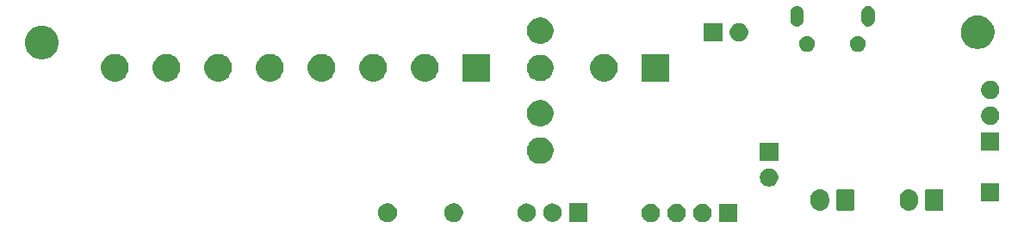
<source format=gbr>
G04 #@! TF.GenerationSoftware,KiCad,Pcbnew,(5.1.5)-3*
G04 #@! TF.CreationDate,2020-01-15T23:11:06-05:00*
G04 #@! TF.ProjectId,STM32_Klipper_Expander,53544d33-325f-44b6-9c69-707065725f45,rev?*
G04 #@! TF.SameCoordinates,Original*
G04 #@! TF.FileFunction,Soldermask,Bot*
G04 #@! TF.FilePolarity,Negative*
%FSLAX46Y46*%
G04 Gerber Fmt 4.6, Leading zero omitted, Abs format (unit mm)*
G04 Created by KiCad (PCBNEW (5.1.5)-3) date 2020-01-15 23:11:06*
%MOMM*%
%LPD*%
G04 APERTURE LIST*
%ADD10C,0.100000*%
G04 APERTURE END LIST*
D10*
G36*
X166527512Y-95881927D02*
G01*
X166676812Y-95911624D01*
X166840784Y-95979544D01*
X166988354Y-96078147D01*
X167113853Y-96203646D01*
X167212456Y-96351216D01*
X167280376Y-96515188D01*
X167315000Y-96689259D01*
X167315000Y-96866741D01*
X167280376Y-97040812D01*
X167212456Y-97204784D01*
X167113853Y-97352354D01*
X166988354Y-97477853D01*
X166840784Y-97576456D01*
X166676812Y-97644376D01*
X166527512Y-97674073D01*
X166502742Y-97679000D01*
X166325258Y-97679000D01*
X166300488Y-97674073D01*
X166151188Y-97644376D01*
X165987216Y-97576456D01*
X165839646Y-97477853D01*
X165714147Y-97352354D01*
X165615544Y-97204784D01*
X165547624Y-97040812D01*
X165513000Y-96866741D01*
X165513000Y-96689259D01*
X165547624Y-96515188D01*
X165615544Y-96351216D01*
X165714147Y-96203646D01*
X165839646Y-96078147D01*
X165987216Y-95979544D01*
X166151188Y-95911624D01*
X166300488Y-95881927D01*
X166325258Y-95877000D01*
X166502742Y-95877000D01*
X166527512Y-95881927D01*
G37*
G36*
X169067512Y-95881927D02*
G01*
X169216812Y-95911624D01*
X169380784Y-95979544D01*
X169528354Y-96078147D01*
X169653853Y-96203646D01*
X169752456Y-96351216D01*
X169820376Y-96515188D01*
X169855000Y-96689259D01*
X169855000Y-96866741D01*
X169820376Y-97040812D01*
X169752456Y-97204784D01*
X169653853Y-97352354D01*
X169528354Y-97477853D01*
X169380784Y-97576456D01*
X169216812Y-97644376D01*
X169067512Y-97674073D01*
X169042742Y-97679000D01*
X168865258Y-97679000D01*
X168840488Y-97674073D01*
X168691188Y-97644376D01*
X168527216Y-97576456D01*
X168379646Y-97477853D01*
X168254147Y-97352354D01*
X168155544Y-97204784D01*
X168087624Y-97040812D01*
X168053000Y-96866741D01*
X168053000Y-96689259D01*
X168087624Y-96515188D01*
X168155544Y-96351216D01*
X168254147Y-96203646D01*
X168379646Y-96078147D01*
X168527216Y-95979544D01*
X168691188Y-95911624D01*
X168840488Y-95881927D01*
X168865258Y-95877000D01*
X169042742Y-95877000D01*
X169067512Y-95881927D01*
G37*
G36*
X163987512Y-95881927D02*
G01*
X164136812Y-95911624D01*
X164300784Y-95979544D01*
X164448354Y-96078147D01*
X164573853Y-96203646D01*
X164672456Y-96351216D01*
X164740376Y-96515188D01*
X164775000Y-96689259D01*
X164775000Y-96866741D01*
X164740376Y-97040812D01*
X164672456Y-97204784D01*
X164573853Y-97352354D01*
X164448354Y-97477853D01*
X164300784Y-97576456D01*
X164136812Y-97644376D01*
X163987512Y-97674073D01*
X163962742Y-97679000D01*
X163785258Y-97679000D01*
X163760488Y-97674073D01*
X163611188Y-97644376D01*
X163447216Y-97576456D01*
X163299646Y-97477853D01*
X163174147Y-97352354D01*
X163075544Y-97204784D01*
X163007624Y-97040812D01*
X162973000Y-96866741D01*
X162973000Y-96689259D01*
X163007624Y-96515188D01*
X163075544Y-96351216D01*
X163174147Y-96203646D01*
X163299646Y-96078147D01*
X163447216Y-95979544D01*
X163611188Y-95911624D01*
X163760488Y-95881927D01*
X163785258Y-95877000D01*
X163962742Y-95877000D01*
X163987512Y-95881927D01*
G37*
G36*
X172395000Y-97679000D02*
G01*
X170593000Y-97679000D01*
X170593000Y-95877000D01*
X172395000Y-95877000D01*
X172395000Y-97679000D01*
G37*
G36*
X144770104Y-95859585D02*
G01*
X144938626Y-95929389D01*
X145090291Y-96030728D01*
X145219272Y-96159709D01*
X145320611Y-96311374D01*
X145390415Y-96479896D01*
X145426000Y-96658797D01*
X145426000Y-96841203D01*
X145390415Y-97020104D01*
X145320611Y-97188626D01*
X145219272Y-97340291D01*
X145090291Y-97469272D01*
X144938626Y-97570611D01*
X144770104Y-97640415D01*
X144591203Y-97676000D01*
X144408797Y-97676000D01*
X144229896Y-97640415D01*
X144061374Y-97570611D01*
X143909709Y-97469272D01*
X143780728Y-97340291D01*
X143679389Y-97188626D01*
X143609585Y-97020104D01*
X143574000Y-96841203D01*
X143574000Y-96658797D01*
X143609585Y-96479896D01*
X143679389Y-96311374D01*
X143780728Y-96159709D01*
X143909709Y-96030728D01*
X144061374Y-95929389D01*
X144229896Y-95859585D01*
X144408797Y-95824000D01*
X144591203Y-95824000D01*
X144770104Y-95859585D01*
G37*
G36*
X138270104Y-95859585D02*
G01*
X138438626Y-95929389D01*
X138590291Y-96030728D01*
X138719272Y-96159709D01*
X138820611Y-96311374D01*
X138890415Y-96479896D01*
X138926000Y-96658797D01*
X138926000Y-96841203D01*
X138890415Y-97020104D01*
X138820611Y-97188626D01*
X138719272Y-97340291D01*
X138590291Y-97469272D01*
X138438626Y-97570611D01*
X138270104Y-97640415D01*
X138091203Y-97676000D01*
X137908797Y-97676000D01*
X137729896Y-97640415D01*
X137561374Y-97570611D01*
X137409709Y-97469272D01*
X137280728Y-97340291D01*
X137179389Y-97188626D01*
X137109585Y-97020104D01*
X137074000Y-96841203D01*
X137074000Y-96658797D01*
X137109585Y-96479896D01*
X137179389Y-96311374D01*
X137280728Y-96159709D01*
X137409709Y-96030728D01*
X137561374Y-95929389D01*
X137729896Y-95859585D01*
X137908797Y-95824000D01*
X138091203Y-95824000D01*
X138270104Y-95859585D01*
G37*
G36*
X154323512Y-95853927D02*
G01*
X154472812Y-95883624D01*
X154636784Y-95951544D01*
X154784354Y-96050147D01*
X154909853Y-96175646D01*
X155008456Y-96323216D01*
X155076376Y-96487188D01*
X155111000Y-96661259D01*
X155111000Y-96838741D01*
X155076376Y-97012812D01*
X155008456Y-97176784D01*
X154909853Y-97324354D01*
X154784354Y-97449853D01*
X154636784Y-97548456D01*
X154472812Y-97616376D01*
X154332048Y-97644375D01*
X154298742Y-97651000D01*
X154121258Y-97651000D01*
X154087952Y-97644375D01*
X153947188Y-97616376D01*
X153783216Y-97548456D01*
X153635646Y-97449853D01*
X153510147Y-97324354D01*
X153411544Y-97176784D01*
X153343624Y-97012812D01*
X153309000Y-96838741D01*
X153309000Y-96661259D01*
X153343624Y-96487188D01*
X153411544Y-96323216D01*
X153510147Y-96175646D01*
X153635646Y-96050147D01*
X153783216Y-95951544D01*
X153947188Y-95883624D01*
X154096488Y-95853927D01*
X154121258Y-95849000D01*
X154298742Y-95849000D01*
X154323512Y-95853927D01*
G37*
G36*
X151783512Y-95853927D02*
G01*
X151932812Y-95883624D01*
X152096784Y-95951544D01*
X152244354Y-96050147D01*
X152369853Y-96175646D01*
X152468456Y-96323216D01*
X152536376Y-96487188D01*
X152571000Y-96661259D01*
X152571000Y-96838741D01*
X152536376Y-97012812D01*
X152468456Y-97176784D01*
X152369853Y-97324354D01*
X152244354Y-97449853D01*
X152096784Y-97548456D01*
X151932812Y-97616376D01*
X151792048Y-97644375D01*
X151758742Y-97651000D01*
X151581258Y-97651000D01*
X151547952Y-97644375D01*
X151407188Y-97616376D01*
X151243216Y-97548456D01*
X151095646Y-97449853D01*
X150970147Y-97324354D01*
X150871544Y-97176784D01*
X150803624Y-97012812D01*
X150769000Y-96838741D01*
X150769000Y-96661259D01*
X150803624Y-96487188D01*
X150871544Y-96323216D01*
X150970147Y-96175646D01*
X151095646Y-96050147D01*
X151243216Y-95951544D01*
X151407188Y-95883624D01*
X151556488Y-95853927D01*
X151581258Y-95849000D01*
X151758742Y-95849000D01*
X151783512Y-95853927D01*
G37*
G36*
X157651000Y-97651000D02*
G01*
X155849000Y-97651000D01*
X155849000Y-95849000D01*
X157651000Y-95849000D01*
X157651000Y-97651000D01*
G37*
G36*
X189426627Y-94462037D02*
G01*
X189596466Y-94513557D01*
X189752991Y-94597222D01*
X189788729Y-94626552D01*
X189890186Y-94709814D01*
X189973448Y-94811271D01*
X190002778Y-94847009D01*
X190086443Y-95003534D01*
X190137963Y-95173374D01*
X190151000Y-95305743D01*
X190151000Y-95694258D01*
X190137963Y-95826627D01*
X190086443Y-95996466D01*
X190002778Y-96152991D01*
X189973448Y-96188729D01*
X189890186Y-96290186D01*
X189752989Y-96402779D01*
X189608712Y-96479897D01*
X189596465Y-96486443D01*
X189426626Y-96537963D01*
X189250000Y-96555359D01*
X189073373Y-96537963D01*
X188903534Y-96486443D01*
X188891286Y-96479896D01*
X188747011Y-96402779D01*
X188747009Y-96402778D01*
X188684183Y-96351218D01*
X188609814Y-96290186D01*
X188497221Y-96152989D01*
X188413558Y-95996467D01*
X188408424Y-95979544D01*
X188362037Y-95826626D01*
X188349000Y-95694257D01*
X188349000Y-95305742D01*
X188362037Y-95173373D01*
X188413557Y-95003534D01*
X188497222Y-94847009D01*
X188609815Y-94709815D01*
X188747010Y-94597222D01*
X188903535Y-94513557D01*
X189073374Y-94462037D01*
X189250000Y-94444641D01*
X189426627Y-94462037D01*
G37*
G36*
X180676627Y-94462037D02*
G01*
X180846466Y-94513557D01*
X181002991Y-94597222D01*
X181038729Y-94626552D01*
X181140186Y-94709814D01*
X181223448Y-94811271D01*
X181252778Y-94847009D01*
X181336443Y-95003534D01*
X181387963Y-95173374D01*
X181401000Y-95305743D01*
X181401000Y-95694258D01*
X181387963Y-95826627D01*
X181336443Y-95996466D01*
X181252778Y-96152991D01*
X181223448Y-96188729D01*
X181140186Y-96290186D01*
X181002989Y-96402779D01*
X180858712Y-96479897D01*
X180846465Y-96486443D01*
X180676626Y-96537963D01*
X180500000Y-96555359D01*
X180323373Y-96537963D01*
X180153534Y-96486443D01*
X180141286Y-96479896D01*
X179997011Y-96402779D01*
X179997009Y-96402778D01*
X179934183Y-96351218D01*
X179859814Y-96290186D01*
X179747221Y-96152989D01*
X179663558Y-95996467D01*
X179658424Y-95979544D01*
X179612037Y-95826626D01*
X179599000Y-95694257D01*
X179599000Y-95305742D01*
X179612037Y-95173373D01*
X179663557Y-95003534D01*
X179747222Y-94847009D01*
X179859815Y-94709815D01*
X179997010Y-94597222D01*
X180153535Y-94513557D01*
X180323374Y-94462037D01*
X180500000Y-94444641D01*
X180676627Y-94462037D01*
G37*
G36*
X183758600Y-94452989D02*
G01*
X183791652Y-94463015D01*
X183822103Y-94479292D01*
X183848799Y-94501201D01*
X183870708Y-94527897D01*
X183886985Y-94558348D01*
X183897011Y-94591400D01*
X183901000Y-94631903D01*
X183901000Y-96368097D01*
X183897011Y-96408600D01*
X183886985Y-96441652D01*
X183870708Y-96472103D01*
X183848799Y-96498799D01*
X183822103Y-96520708D01*
X183791652Y-96536985D01*
X183758600Y-96547011D01*
X183718097Y-96551000D01*
X182281903Y-96551000D01*
X182241400Y-96547011D01*
X182208348Y-96536985D01*
X182177897Y-96520708D01*
X182151201Y-96498799D01*
X182129292Y-96472103D01*
X182113015Y-96441652D01*
X182102989Y-96408600D01*
X182099000Y-96368097D01*
X182099000Y-94631903D01*
X182102989Y-94591400D01*
X182113015Y-94558348D01*
X182129292Y-94527897D01*
X182151201Y-94501201D01*
X182177897Y-94479292D01*
X182208348Y-94463015D01*
X182241400Y-94452989D01*
X182281903Y-94449000D01*
X183718097Y-94449000D01*
X183758600Y-94452989D01*
G37*
G36*
X192508600Y-94452989D02*
G01*
X192541652Y-94463015D01*
X192572103Y-94479292D01*
X192598799Y-94501201D01*
X192620708Y-94527897D01*
X192636985Y-94558348D01*
X192647011Y-94591400D01*
X192651000Y-94631903D01*
X192651000Y-96368097D01*
X192647011Y-96408600D01*
X192636985Y-96441652D01*
X192620708Y-96472103D01*
X192598799Y-96498799D01*
X192572103Y-96520708D01*
X192541652Y-96536985D01*
X192508600Y-96547011D01*
X192468097Y-96551000D01*
X191031903Y-96551000D01*
X190991400Y-96547011D01*
X190958348Y-96536985D01*
X190927897Y-96520708D01*
X190901201Y-96498799D01*
X190879292Y-96472103D01*
X190863015Y-96441652D01*
X190852989Y-96408600D01*
X190849000Y-96368097D01*
X190849000Y-94631903D01*
X190852989Y-94591400D01*
X190863015Y-94558348D01*
X190879292Y-94527897D01*
X190901201Y-94501201D01*
X190927897Y-94479292D01*
X190958348Y-94463015D01*
X190991400Y-94452989D01*
X191031903Y-94449000D01*
X192468097Y-94449000D01*
X192508600Y-94452989D01*
G37*
G36*
X198151000Y-95651000D02*
G01*
X196349000Y-95651000D01*
X196349000Y-93849000D01*
X198151000Y-93849000D01*
X198151000Y-95651000D01*
G37*
G36*
X175613512Y-92393927D02*
G01*
X175762812Y-92423624D01*
X175926784Y-92491544D01*
X176074354Y-92590147D01*
X176199853Y-92715646D01*
X176298456Y-92863216D01*
X176366376Y-93027188D01*
X176401000Y-93201259D01*
X176401000Y-93378741D01*
X176366376Y-93552812D01*
X176298456Y-93716784D01*
X176199853Y-93864354D01*
X176074354Y-93989853D01*
X175926784Y-94088456D01*
X175762812Y-94156376D01*
X175613512Y-94186073D01*
X175588742Y-94191000D01*
X175411258Y-94191000D01*
X175386488Y-94186073D01*
X175237188Y-94156376D01*
X175073216Y-94088456D01*
X174925646Y-93989853D01*
X174800147Y-93864354D01*
X174701544Y-93716784D01*
X174633624Y-93552812D01*
X174599000Y-93378741D01*
X174599000Y-93201259D01*
X174633624Y-93027188D01*
X174701544Y-92863216D01*
X174800147Y-92715646D01*
X174925646Y-92590147D01*
X175073216Y-92491544D01*
X175237188Y-92423624D01*
X175386488Y-92393927D01*
X175411258Y-92389000D01*
X175588742Y-92389000D01*
X175613512Y-92393927D01*
G37*
G36*
X153379487Y-89383996D02*
G01*
X153616253Y-89482068D01*
X153616255Y-89482069D01*
X153829339Y-89624447D01*
X154010553Y-89805661D01*
X154152932Y-90018747D01*
X154251004Y-90255513D01*
X154301000Y-90506861D01*
X154301000Y-90763139D01*
X154251004Y-91014487D01*
X154152932Y-91251253D01*
X154152931Y-91251255D01*
X154010553Y-91464339D01*
X153829339Y-91645553D01*
X153616255Y-91787931D01*
X153616254Y-91787932D01*
X153616253Y-91787932D01*
X153379487Y-91886004D01*
X153128139Y-91936000D01*
X152871861Y-91936000D01*
X152620513Y-91886004D01*
X152383747Y-91787932D01*
X152383746Y-91787932D01*
X152383745Y-91787931D01*
X152170661Y-91645553D01*
X151989447Y-91464339D01*
X151847069Y-91251255D01*
X151847068Y-91251253D01*
X151748996Y-91014487D01*
X151699000Y-90763139D01*
X151699000Y-90506861D01*
X151748996Y-90255513D01*
X151847068Y-90018747D01*
X151989447Y-89805661D01*
X152170661Y-89624447D01*
X152383745Y-89482069D01*
X152383747Y-89482068D01*
X152620513Y-89383996D01*
X152871861Y-89334000D01*
X153128139Y-89334000D01*
X153379487Y-89383996D01*
G37*
G36*
X176401000Y-91651000D02*
G01*
X174599000Y-91651000D01*
X174599000Y-89849000D01*
X176401000Y-89849000D01*
X176401000Y-91651000D01*
G37*
G36*
X198151000Y-90651000D02*
G01*
X196349000Y-90651000D01*
X196349000Y-88849000D01*
X198151000Y-88849000D01*
X198151000Y-90651000D01*
G37*
G36*
X153379487Y-85723996D02*
G01*
X153616253Y-85822068D01*
X153616255Y-85822069D01*
X153829339Y-85964447D01*
X154010553Y-86145661D01*
X154152932Y-86358747D01*
X154251004Y-86595513D01*
X154301000Y-86846861D01*
X154301000Y-87103139D01*
X154251004Y-87354487D01*
X154201992Y-87472811D01*
X154152931Y-87591255D01*
X154010553Y-87804339D01*
X153829339Y-87985553D01*
X153616255Y-88127931D01*
X153616254Y-88127932D01*
X153616253Y-88127932D01*
X153379487Y-88226004D01*
X153128139Y-88276000D01*
X152871861Y-88276000D01*
X152620513Y-88226004D01*
X152383747Y-88127932D01*
X152383746Y-88127932D01*
X152383745Y-88127931D01*
X152170661Y-87985553D01*
X151989447Y-87804339D01*
X151847069Y-87591255D01*
X151798008Y-87472811D01*
X151748996Y-87354487D01*
X151699000Y-87103139D01*
X151699000Y-86846861D01*
X151748996Y-86595513D01*
X151847068Y-86358747D01*
X151989447Y-86145661D01*
X152170661Y-85964447D01*
X152383745Y-85822069D01*
X152383747Y-85822068D01*
X152620513Y-85723996D01*
X152871861Y-85674000D01*
X153128139Y-85674000D01*
X153379487Y-85723996D01*
G37*
G36*
X197363512Y-86313927D02*
G01*
X197512812Y-86343624D01*
X197676784Y-86411544D01*
X197824354Y-86510147D01*
X197949853Y-86635646D01*
X198048456Y-86783216D01*
X198116376Y-86947188D01*
X198151000Y-87121259D01*
X198151000Y-87298741D01*
X198116376Y-87472812D01*
X198048456Y-87636784D01*
X197949853Y-87784354D01*
X197824354Y-87909853D01*
X197676784Y-88008456D01*
X197512812Y-88076376D01*
X197363512Y-88106073D01*
X197338742Y-88111000D01*
X197161258Y-88111000D01*
X197136488Y-88106073D01*
X196987188Y-88076376D01*
X196823216Y-88008456D01*
X196675646Y-87909853D01*
X196550147Y-87784354D01*
X196451544Y-87636784D01*
X196383624Y-87472812D01*
X196349000Y-87298741D01*
X196349000Y-87121259D01*
X196383624Y-86947188D01*
X196451544Y-86783216D01*
X196550147Y-86635646D01*
X196675646Y-86510147D01*
X196823216Y-86411544D01*
X196987188Y-86343624D01*
X197136488Y-86313927D01*
X197161258Y-86309000D01*
X197338742Y-86309000D01*
X197363512Y-86313927D01*
G37*
G36*
X197363512Y-83773927D02*
G01*
X197512812Y-83803624D01*
X197676784Y-83871544D01*
X197824354Y-83970147D01*
X197949853Y-84095646D01*
X198048456Y-84243216D01*
X198116376Y-84407188D01*
X198151000Y-84581259D01*
X198151000Y-84758741D01*
X198116376Y-84932812D01*
X198048456Y-85096784D01*
X197949853Y-85244354D01*
X197824354Y-85369853D01*
X197676784Y-85468456D01*
X197512812Y-85536376D01*
X197363512Y-85566073D01*
X197338742Y-85571000D01*
X197161258Y-85571000D01*
X197136488Y-85566073D01*
X196987188Y-85536376D01*
X196823216Y-85468456D01*
X196675646Y-85369853D01*
X196550147Y-85244354D01*
X196451544Y-85096784D01*
X196383624Y-84932812D01*
X196349000Y-84758741D01*
X196349000Y-84581259D01*
X196383624Y-84407188D01*
X196451544Y-84243216D01*
X196550147Y-84095646D01*
X196675646Y-83970147D01*
X196823216Y-83871544D01*
X196987188Y-83803624D01*
X197136488Y-83773927D01*
X197161258Y-83769000D01*
X197338742Y-83769000D01*
X197363512Y-83773927D01*
G37*
G36*
X116664072Y-81200918D02*
G01*
X116860827Y-81282416D01*
X116909939Y-81302759D01*
X116983736Y-81352069D01*
X117131211Y-81450609D01*
X117319391Y-81638789D01*
X117467242Y-81860063D01*
X117569082Y-82105928D01*
X117572978Y-82125512D01*
X117621000Y-82366938D01*
X117621000Y-82633062D01*
X117569082Y-82894072D01*
X117467241Y-83139939D01*
X117319390Y-83361212D01*
X117131212Y-83549390D01*
X116909939Y-83697241D01*
X116909938Y-83697242D01*
X116909937Y-83697242D01*
X116664072Y-83799082D01*
X116403063Y-83851000D01*
X116136937Y-83851000D01*
X115875928Y-83799082D01*
X115630063Y-83697242D01*
X115630062Y-83697242D01*
X115630061Y-83697241D01*
X115408788Y-83549390D01*
X115220610Y-83361212D01*
X115072759Y-83139939D01*
X114970918Y-82894072D01*
X114919000Y-82633062D01*
X114919000Y-82366938D01*
X114967023Y-82125512D01*
X114970918Y-82105928D01*
X115072758Y-81860063D01*
X115220609Y-81638789D01*
X115408789Y-81450609D01*
X115556264Y-81352069D01*
X115630061Y-81302759D01*
X115679174Y-81282416D01*
X115875928Y-81200918D01*
X116136937Y-81149000D01*
X116403063Y-81149000D01*
X116664072Y-81200918D01*
G37*
G36*
X121744072Y-81200918D02*
G01*
X121940827Y-81282416D01*
X121989939Y-81302759D01*
X122063736Y-81352069D01*
X122211211Y-81450609D01*
X122399391Y-81638789D01*
X122547242Y-81860063D01*
X122649082Y-82105928D01*
X122652978Y-82125512D01*
X122701000Y-82366938D01*
X122701000Y-82633062D01*
X122649082Y-82894072D01*
X122547241Y-83139939D01*
X122399390Y-83361212D01*
X122211212Y-83549390D01*
X121989939Y-83697241D01*
X121989938Y-83697242D01*
X121989937Y-83697242D01*
X121744072Y-83799082D01*
X121483063Y-83851000D01*
X121216937Y-83851000D01*
X120955928Y-83799082D01*
X120710063Y-83697242D01*
X120710062Y-83697242D01*
X120710061Y-83697241D01*
X120488788Y-83549390D01*
X120300610Y-83361212D01*
X120152759Y-83139939D01*
X120050918Y-82894072D01*
X119999000Y-82633062D01*
X119999000Y-82366938D01*
X120047023Y-82125512D01*
X120050918Y-82105928D01*
X120152758Y-81860063D01*
X120300609Y-81638789D01*
X120488789Y-81450609D01*
X120636264Y-81352069D01*
X120710061Y-81302759D01*
X120759174Y-81282416D01*
X120955928Y-81200918D01*
X121216937Y-81149000D01*
X121483063Y-81149000D01*
X121744072Y-81200918D01*
G37*
G36*
X126824072Y-81200918D02*
G01*
X127020827Y-81282416D01*
X127069939Y-81302759D01*
X127143736Y-81352069D01*
X127291211Y-81450609D01*
X127479391Y-81638789D01*
X127627242Y-81860063D01*
X127729082Y-82105928D01*
X127732978Y-82125512D01*
X127781000Y-82366938D01*
X127781000Y-82633062D01*
X127729082Y-82894072D01*
X127627241Y-83139939D01*
X127479390Y-83361212D01*
X127291212Y-83549390D01*
X127069939Y-83697241D01*
X127069938Y-83697242D01*
X127069937Y-83697242D01*
X126824072Y-83799082D01*
X126563063Y-83851000D01*
X126296937Y-83851000D01*
X126035928Y-83799082D01*
X125790063Y-83697242D01*
X125790062Y-83697242D01*
X125790061Y-83697241D01*
X125568788Y-83549390D01*
X125380610Y-83361212D01*
X125232759Y-83139939D01*
X125130918Y-82894072D01*
X125079000Y-82633062D01*
X125079000Y-82366938D01*
X125127023Y-82125512D01*
X125130918Y-82105928D01*
X125232758Y-81860063D01*
X125380609Y-81638789D01*
X125568789Y-81450609D01*
X125716264Y-81352069D01*
X125790061Y-81302759D01*
X125839174Y-81282416D01*
X126035928Y-81200918D01*
X126296937Y-81149000D01*
X126563063Y-81149000D01*
X126824072Y-81200918D01*
G37*
G36*
X131904072Y-81200918D02*
G01*
X132100827Y-81282416D01*
X132149939Y-81302759D01*
X132223736Y-81352069D01*
X132371211Y-81450609D01*
X132559391Y-81638789D01*
X132707242Y-81860063D01*
X132809082Y-82105928D01*
X132812978Y-82125512D01*
X132861000Y-82366938D01*
X132861000Y-82633062D01*
X132809082Y-82894072D01*
X132707241Y-83139939D01*
X132559390Y-83361212D01*
X132371212Y-83549390D01*
X132149939Y-83697241D01*
X132149938Y-83697242D01*
X132149937Y-83697242D01*
X131904072Y-83799082D01*
X131643063Y-83851000D01*
X131376937Y-83851000D01*
X131115928Y-83799082D01*
X130870063Y-83697242D01*
X130870062Y-83697242D01*
X130870061Y-83697241D01*
X130648788Y-83549390D01*
X130460610Y-83361212D01*
X130312759Y-83139939D01*
X130210918Y-82894072D01*
X130159000Y-82633062D01*
X130159000Y-82366938D01*
X130207023Y-82125512D01*
X130210918Y-82105928D01*
X130312758Y-81860063D01*
X130460609Y-81638789D01*
X130648789Y-81450609D01*
X130796264Y-81352069D01*
X130870061Y-81302759D01*
X130919174Y-81282416D01*
X131115928Y-81200918D01*
X131376937Y-81149000D01*
X131643063Y-81149000D01*
X131904072Y-81200918D01*
G37*
G36*
X136984072Y-81200918D02*
G01*
X137180827Y-81282416D01*
X137229939Y-81302759D01*
X137303736Y-81352069D01*
X137451211Y-81450609D01*
X137639391Y-81638789D01*
X137787242Y-81860063D01*
X137889082Y-82105928D01*
X137892978Y-82125512D01*
X137941000Y-82366938D01*
X137941000Y-82633062D01*
X137889082Y-82894072D01*
X137787241Y-83139939D01*
X137639390Y-83361212D01*
X137451212Y-83549390D01*
X137229939Y-83697241D01*
X137229938Y-83697242D01*
X137229937Y-83697242D01*
X136984072Y-83799082D01*
X136723063Y-83851000D01*
X136456937Y-83851000D01*
X136195928Y-83799082D01*
X135950063Y-83697242D01*
X135950062Y-83697242D01*
X135950061Y-83697241D01*
X135728788Y-83549390D01*
X135540610Y-83361212D01*
X135392759Y-83139939D01*
X135290918Y-82894072D01*
X135239000Y-82633062D01*
X135239000Y-82366938D01*
X135287023Y-82125512D01*
X135290918Y-82105928D01*
X135392758Y-81860063D01*
X135540609Y-81638789D01*
X135728789Y-81450609D01*
X135876264Y-81352069D01*
X135950061Y-81302759D01*
X135999174Y-81282416D01*
X136195928Y-81200918D01*
X136456937Y-81149000D01*
X136723063Y-81149000D01*
X136984072Y-81200918D01*
G37*
G36*
X159664072Y-81200918D02*
G01*
X159860827Y-81282416D01*
X159909939Y-81302759D01*
X159983736Y-81352069D01*
X160131211Y-81450609D01*
X160319391Y-81638789D01*
X160467242Y-81860063D01*
X160569082Y-82105928D01*
X160572978Y-82125512D01*
X160621000Y-82366938D01*
X160621000Y-82633062D01*
X160569082Y-82894072D01*
X160467241Y-83139939D01*
X160319390Y-83361212D01*
X160131212Y-83549390D01*
X159909939Y-83697241D01*
X159909938Y-83697242D01*
X159909937Y-83697242D01*
X159664072Y-83799082D01*
X159403063Y-83851000D01*
X159136937Y-83851000D01*
X158875928Y-83799082D01*
X158630063Y-83697242D01*
X158630062Y-83697242D01*
X158630061Y-83697241D01*
X158408788Y-83549390D01*
X158220610Y-83361212D01*
X158072759Y-83139939D01*
X157970918Y-82894072D01*
X157919000Y-82633062D01*
X157919000Y-82366938D01*
X157967023Y-82125512D01*
X157970918Y-82105928D01*
X158072758Y-81860063D01*
X158220609Y-81638789D01*
X158408789Y-81450609D01*
X158556264Y-81352069D01*
X158630061Y-81302759D01*
X158679174Y-81282416D01*
X158875928Y-81200918D01*
X159136937Y-81149000D01*
X159403063Y-81149000D01*
X159664072Y-81200918D01*
G37*
G36*
X165701000Y-83851000D02*
G01*
X162999000Y-83851000D01*
X162999000Y-81149000D01*
X165701000Y-81149000D01*
X165701000Y-83851000D01*
G37*
G36*
X142064072Y-81200918D02*
G01*
X142260827Y-81282416D01*
X142309939Y-81302759D01*
X142383736Y-81352069D01*
X142531211Y-81450609D01*
X142719391Y-81638789D01*
X142867242Y-81860063D01*
X142969082Y-82105928D01*
X142972978Y-82125512D01*
X143021000Y-82366938D01*
X143021000Y-82633062D01*
X142969082Y-82894072D01*
X142867241Y-83139939D01*
X142719390Y-83361212D01*
X142531212Y-83549390D01*
X142309939Y-83697241D01*
X142309938Y-83697242D01*
X142309937Y-83697242D01*
X142064072Y-83799082D01*
X141803063Y-83851000D01*
X141536937Y-83851000D01*
X141275928Y-83799082D01*
X141030063Y-83697242D01*
X141030062Y-83697242D01*
X141030061Y-83697241D01*
X140808788Y-83549390D01*
X140620610Y-83361212D01*
X140472759Y-83139939D01*
X140370918Y-82894072D01*
X140319000Y-82633062D01*
X140319000Y-82366938D01*
X140367023Y-82125512D01*
X140370918Y-82105928D01*
X140472758Y-81860063D01*
X140620609Y-81638789D01*
X140808789Y-81450609D01*
X140956264Y-81352069D01*
X141030061Y-81302759D01*
X141079174Y-81282416D01*
X141275928Y-81200918D01*
X141536937Y-81149000D01*
X141803063Y-81149000D01*
X142064072Y-81200918D01*
G37*
G36*
X148101000Y-83851000D02*
G01*
X145399000Y-83851000D01*
X145399000Y-81149000D01*
X148101000Y-81149000D01*
X148101000Y-83851000D01*
G37*
G36*
X111584072Y-81200918D02*
G01*
X111780827Y-81282416D01*
X111829939Y-81302759D01*
X111903736Y-81352069D01*
X112051211Y-81450609D01*
X112239391Y-81638789D01*
X112387242Y-81860063D01*
X112489082Y-82105928D01*
X112492978Y-82125512D01*
X112541000Y-82366938D01*
X112541000Y-82633062D01*
X112489082Y-82894072D01*
X112387241Y-83139939D01*
X112239390Y-83361212D01*
X112051212Y-83549390D01*
X111829939Y-83697241D01*
X111829938Y-83697242D01*
X111829937Y-83697242D01*
X111584072Y-83799082D01*
X111323063Y-83851000D01*
X111056937Y-83851000D01*
X110795928Y-83799082D01*
X110550063Y-83697242D01*
X110550062Y-83697242D01*
X110550061Y-83697241D01*
X110328788Y-83549390D01*
X110140610Y-83361212D01*
X109992759Y-83139939D01*
X109890918Y-82894072D01*
X109839000Y-82633062D01*
X109839000Y-82366938D01*
X109887023Y-82125512D01*
X109890918Y-82105928D01*
X109992758Y-81860063D01*
X110140609Y-81638789D01*
X110328789Y-81450609D01*
X110476264Y-81352069D01*
X110550061Y-81302759D01*
X110599174Y-81282416D01*
X110795928Y-81200918D01*
X111056937Y-81149000D01*
X111323063Y-81149000D01*
X111584072Y-81200918D01*
G37*
G36*
X153379487Y-81253996D02*
G01*
X153616253Y-81352068D01*
X153616255Y-81352069D01*
X153763731Y-81450609D01*
X153829339Y-81494447D01*
X154010553Y-81675661D01*
X154152932Y-81888747D01*
X154251004Y-82125513D01*
X154301000Y-82376861D01*
X154301000Y-82633139D01*
X154251004Y-82884487D01*
X154152932Y-83121253D01*
X154152931Y-83121255D01*
X154010553Y-83334339D01*
X153829339Y-83515553D01*
X153616255Y-83657931D01*
X153616254Y-83657932D01*
X153616253Y-83657932D01*
X153379487Y-83756004D01*
X153128139Y-83806000D01*
X152871861Y-83806000D01*
X152620513Y-83756004D01*
X152383747Y-83657932D01*
X152383746Y-83657932D01*
X152383745Y-83657931D01*
X152170661Y-83515553D01*
X151989447Y-83334339D01*
X151847069Y-83121255D01*
X151847068Y-83121253D01*
X151748996Y-82884487D01*
X151699000Y-82633139D01*
X151699000Y-82376861D01*
X151748996Y-82125513D01*
X151847068Y-81888747D01*
X151989447Y-81675661D01*
X152170661Y-81494447D01*
X152236269Y-81450609D01*
X152383745Y-81352069D01*
X152383747Y-81352068D01*
X152620513Y-81253996D01*
X152871861Y-81204000D01*
X153128139Y-81204000D01*
X153379487Y-81253996D01*
G37*
G36*
X104375256Y-78391298D02*
G01*
X104481579Y-78412447D01*
X104782042Y-78536903D01*
X105052451Y-78717585D01*
X105282415Y-78947549D01*
X105376757Y-79088742D01*
X105463098Y-79217960D01*
X105465802Y-79224488D01*
X105587553Y-79518421D01*
X105598679Y-79574354D01*
X105651000Y-79837389D01*
X105651000Y-80162611D01*
X105643974Y-80197931D01*
X105587553Y-80481579D01*
X105463097Y-80782042D01*
X105282415Y-81052451D01*
X105052451Y-81282415D01*
X104782042Y-81463097D01*
X104782041Y-81463098D01*
X104782040Y-81463098D01*
X104694037Y-81499550D01*
X104481579Y-81587553D01*
X104375256Y-81608702D01*
X104162611Y-81651000D01*
X103837389Y-81651000D01*
X103624744Y-81608702D01*
X103518421Y-81587553D01*
X103305963Y-81499550D01*
X103217960Y-81463098D01*
X103217959Y-81463098D01*
X103217958Y-81463097D01*
X102947549Y-81282415D01*
X102717585Y-81052451D01*
X102536903Y-80782042D01*
X102412447Y-80481579D01*
X102356026Y-80197931D01*
X102349000Y-80162611D01*
X102349000Y-79837389D01*
X102401321Y-79574354D01*
X102412447Y-79518421D01*
X102534198Y-79224488D01*
X102536902Y-79217960D01*
X102623243Y-79088742D01*
X102717585Y-78947549D01*
X102947549Y-78717585D01*
X103217958Y-78536903D01*
X103518421Y-78412447D01*
X103624744Y-78391298D01*
X103837389Y-78349000D01*
X104162611Y-78349000D01*
X104375256Y-78391298D01*
G37*
G36*
X179468348Y-79375320D02*
G01*
X179468350Y-79375321D01*
X179468351Y-79375321D01*
X179609574Y-79433817D01*
X179609577Y-79433819D01*
X179736669Y-79518739D01*
X179844761Y-79626831D01*
X179929681Y-79753923D01*
X179929683Y-79753926D01*
X179976261Y-79866376D01*
X179988180Y-79895152D01*
X180008624Y-79997932D01*
X180018000Y-80045071D01*
X180018000Y-80197929D01*
X179988179Y-80347851D01*
X179929683Y-80489074D01*
X179929681Y-80489077D01*
X179844761Y-80616169D01*
X179736669Y-80724261D01*
X179650196Y-80782040D01*
X179609574Y-80809183D01*
X179468351Y-80867679D01*
X179468350Y-80867679D01*
X179468348Y-80867680D01*
X179318431Y-80897500D01*
X179165569Y-80897500D01*
X179015652Y-80867680D01*
X179015650Y-80867679D01*
X179015649Y-80867679D01*
X178874426Y-80809183D01*
X178833804Y-80782040D01*
X178747331Y-80724261D01*
X178639239Y-80616169D01*
X178554319Y-80489077D01*
X178554317Y-80489074D01*
X178495821Y-80347851D01*
X178466000Y-80197929D01*
X178466000Y-80045071D01*
X178475376Y-79997932D01*
X178495820Y-79895152D01*
X178507739Y-79866376D01*
X178554317Y-79753926D01*
X178554319Y-79753923D01*
X178639239Y-79626831D01*
X178747331Y-79518739D01*
X178874423Y-79433819D01*
X178874426Y-79433817D01*
X179015649Y-79375321D01*
X179015650Y-79375321D01*
X179015652Y-79375320D01*
X179165569Y-79345500D01*
X179318431Y-79345500D01*
X179468348Y-79375320D01*
G37*
G36*
X184468348Y-79375320D02*
G01*
X184468350Y-79375321D01*
X184468351Y-79375321D01*
X184609574Y-79433817D01*
X184609577Y-79433819D01*
X184736669Y-79518739D01*
X184844761Y-79626831D01*
X184929681Y-79753923D01*
X184929683Y-79753926D01*
X184976261Y-79866376D01*
X184988180Y-79895152D01*
X185008624Y-79997932D01*
X185018000Y-80045071D01*
X185018000Y-80197929D01*
X184988179Y-80347851D01*
X184929683Y-80489074D01*
X184929681Y-80489077D01*
X184844761Y-80616169D01*
X184736669Y-80724261D01*
X184650196Y-80782040D01*
X184609574Y-80809183D01*
X184468351Y-80867679D01*
X184468350Y-80867679D01*
X184468348Y-80867680D01*
X184318431Y-80897500D01*
X184165569Y-80897500D01*
X184015652Y-80867680D01*
X184015650Y-80867679D01*
X184015649Y-80867679D01*
X183874426Y-80809183D01*
X183833804Y-80782040D01*
X183747331Y-80724261D01*
X183639239Y-80616169D01*
X183554319Y-80489077D01*
X183554317Y-80489074D01*
X183495821Y-80347851D01*
X183466000Y-80197929D01*
X183466000Y-80045071D01*
X183475376Y-79997932D01*
X183495820Y-79895152D01*
X183507739Y-79866376D01*
X183554317Y-79753926D01*
X183554319Y-79753923D01*
X183639239Y-79626831D01*
X183747331Y-79518739D01*
X183874423Y-79433819D01*
X183874426Y-79433817D01*
X184015649Y-79375321D01*
X184015650Y-79375321D01*
X184015652Y-79375320D01*
X184165569Y-79345500D01*
X184318431Y-79345500D01*
X184468348Y-79375320D01*
G37*
G36*
X196375256Y-77391298D02*
G01*
X196481579Y-77412447D01*
X196782042Y-77536903D01*
X197052451Y-77717585D01*
X197282415Y-77947549D01*
X197463097Y-78217958D01*
X197565638Y-78465513D01*
X197587553Y-78518422D01*
X197651000Y-78837389D01*
X197651000Y-79162611D01*
X197614621Y-79345500D01*
X197587553Y-79481579D01*
X197463097Y-79782042D01*
X197282415Y-80052451D01*
X197052451Y-80282415D01*
X196782042Y-80463097D01*
X196481579Y-80587553D01*
X196375256Y-80608702D01*
X196162611Y-80651000D01*
X195837389Y-80651000D01*
X195624744Y-80608702D01*
X195518421Y-80587553D01*
X195217958Y-80463097D01*
X194947549Y-80282415D01*
X194717585Y-80052451D01*
X194536903Y-79782042D01*
X194412447Y-79481579D01*
X194385379Y-79345500D01*
X194349000Y-79162611D01*
X194349000Y-78837389D01*
X194412447Y-78518422D01*
X194434363Y-78465513D01*
X194536903Y-78217958D01*
X194717585Y-77947549D01*
X194947549Y-77717585D01*
X195217958Y-77536903D01*
X195518421Y-77412447D01*
X195624744Y-77391298D01*
X195837389Y-77349000D01*
X196162611Y-77349000D01*
X196375256Y-77391298D01*
G37*
G36*
X153379487Y-77593996D02*
G01*
X153616253Y-77692068D01*
X153616255Y-77692069D01*
X153829339Y-77834447D01*
X154010553Y-78015661D01*
X154145725Y-78217960D01*
X154152932Y-78228747D01*
X154251004Y-78465513D01*
X154301000Y-78716861D01*
X154301000Y-78973139D01*
X154251004Y-79224487D01*
X154152932Y-79461253D01*
X154152931Y-79461255D01*
X154010553Y-79674339D01*
X153829339Y-79855553D01*
X153616255Y-79997931D01*
X153616254Y-79997932D01*
X153616253Y-79997932D01*
X153379487Y-80096004D01*
X153128139Y-80146000D01*
X152871861Y-80146000D01*
X152620513Y-80096004D01*
X152383747Y-79997932D01*
X152383746Y-79997932D01*
X152383745Y-79997931D01*
X152170661Y-79855553D01*
X151989447Y-79674339D01*
X151847069Y-79461255D01*
X151847068Y-79461253D01*
X151748996Y-79224487D01*
X151699000Y-78973139D01*
X151699000Y-78716861D01*
X151748996Y-78465513D01*
X151847068Y-78228747D01*
X151854276Y-78217960D01*
X151989447Y-78015661D01*
X152170661Y-77834447D01*
X152383745Y-77692069D01*
X152383747Y-77692068D01*
X152620513Y-77593996D01*
X152871861Y-77544000D01*
X153128139Y-77544000D01*
X153379487Y-77593996D01*
G37*
G36*
X172653512Y-78103927D02*
G01*
X172802812Y-78133624D01*
X172966784Y-78201544D01*
X173114354Y-78300147D01*
X173239853Y-78425646D01*
X173338456Y-78573216D01*
X173406376Y-78737188D01*
X173441000Y-78911259D01*
X173441000Y-79088741D01*
X173406376Y-79262812D01*
X173338456Y-79426784D01*
X173239853Y-79574354D01*
X173114354Y-79699853D01*
X172966784Y-79798456D01*
X172802812Y-79866376D01*
X172653512Y-79896073D01*
X172628742Y-79901000D01*
X172451258Y-79901000D01*
X172426488Y-79896073D01*
X172277188Y-79866376D01*
X172113216Y-79798456D01*
X171965646Y-79699853D01*
X171840147Y-79574354D01*
X171741544Y-79426784D01*
X171673624Y-79262812D01*
X171639000Y-79088741D01*
X171639000Y-78911259D01*
X171673624Y-78737188D01*
X171741544Y-78573216D01*
X171840147Y-78425646D01*
X171965646Y-78300147D01*
X172113216Y-78201544D01*
X172277188Y-78133624D01*
X172426488Y-78103927D01*
X172451258Y-78099000D01*
X172628742Y-78099000D01*
X172653512Y-78103927D01*
G37*
G36*
X170901000Y-79901000D02*
G01*
X169099000Y-79901000D01*
X169099000Y-78099000D01*
X170901000Y-78099000D01*
X170901000Y-79901000D01*
G37*
G36*
X178369618Y-76429920D02*
G01*
X178460404Y-76457460D01*
X178492336Y-76467146D01*
X178605425Y-76527594D01*
X178704554Y-76608946D01*
X178785906Y-76708075D01*
X178846354Y-76821164D01*
X178856040Y-76853096D01*
X178883580Y-76943882D01*
X178893000Y-77039527D01*
X178893000Y-77803473D01*
X178883580Y-77899118D01*
X178868888Y-77947551D01*
X178846354Y-78021836D01*
X178785906Y-78134925D01*
X178704554Y-78234053D01*
X178605424Y-78315406D01*
X178492335Y-78375854D01*
X178460403Y-78385540D01*
X178369617Y-78413080D01*
X178242000Y-78425649D01*
X178114382Y-78413080D01*
X178023596Y-78385540D01*
X177991664Y-78375854D01*
X177878575Y-78315406D01*
X177779447Y-78234054D01*
X177698094Y-78134924D01*
X177637646Y-78021835D01*
X177627960Y-77989903D01*
X177600420Y-77899117D01*
X177591000Y-77803472D01*
X177591000Y-77039527D01*
X177600420Y-76943882D01*
X177637645Y-76821168D01*
X177662608Y-76774466D01*
X177698095Y-76708075D01*
X177779447Y-76608946D01*
X177878576Y-76527594D01*
X177991665Y-76467146D01*
X178023597Y-76457460D01*
X178114383Y-76429920D01*
X178242000Y-76417351D01*
X178369618Y-76429920D01*
G37*
G36*
X185369617Y-76429920D02*
G01*
X185460403Y-76457460D01*
X185492335Y-76467146D01*
X185605424Y-76527594D01*
X185704554Y-76608947D01*
X185785906Y-76708075D01*
X185846354Y-76821164D01*
X185856040Y-76853096D01*
X185883580Y-76943882D01*
X185893000Y-77039527D01*
X185893000Y-77803473D01*
X185883580Y-77899118D01*
X185868888Y-77947551D01*
X185846354Y-78021836D01*
X185785906Y-78134925D01*
X185704554Y-78234054D01*
X185605425Y-78315406D01*
X185492336Y-78375854D01*
X185460404Y-78385540D01*
X185369618Y-78413080D01*
X185242000Y-78425649D01*
X185114383Y-78413080D01*
X185023597Y-78385540D01*
X184991665Y-78375854D01*
X184878576Y-78315406D01*
X184779447Y-78234054D01*
X184698095Y-78134925D01*
X184637648Y-78021837D01*
X184637645Y-78021832D01*
X184600420Y-77899118D01*
X184591000Y-77803473D01*
X184591000Y-77039528D01*
X184600420Y-76943883D01*
X184637645Y-76821169D01*
X184637646Y-76821165D01*
X184698094Y-76708076D01*
X184779447Y-76608946D01*
X184878575Y-76527594D01*
X184991664Y-76467146D01*
X185023596Y-76457460D01*
X185114382Y-76429920D01*
X185242000Y-76417351D01*
X185369617Y-76429920D01*
G37*
M02*

</source>
